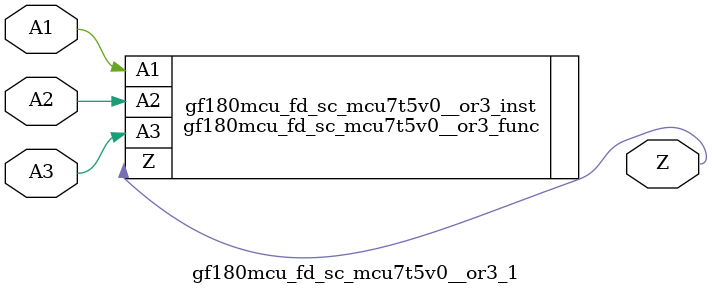
<source format=v>

`ifndef GF180MCU_FD_SC_MCU7T5V0__OR3_1_V
`define GF180MCU_FD_SC_MCU7T5V0__OR3_1_V

`include gf180mcu_fd_sc_mcu7t5v0__or3.v

`ifdef USE_POWER_PINS
module gf180mcu_fd_sc_mcu7t5v0__or3_1( A1, A2, A3, Z, VDD, VSS );
inout VDD, VSS;
`else // If not USE_POWER_PINS
module gf180mcu_fd_sc_mcu7t5v0__or3_1( A1, A2, A3, Z );
`endif // If not USE_POWER_PINS
input A1, A2, A3;
output Z;

`ifdef USE_POWER_PINS
  gf180mcu_fd_sc_mcu7t5v0__or3_func gf180mcu_fd_sc_mcu7t5v0__or3_inst(.A1(A1),.A2(A2),.A3(A3),.Z(Z),.VDD(VDD),.VSS(VSS));
`else // If not USE_POWER_PINS
  gf180mcu_fd_sc_mcu7t5v0__or3_func gf180mcu_fd_sc_mcu7t5v0__or3_inst(.A1(A1),.A2(A2),.A3(A3),.Z(Z));
`endif // If not USE_POWER_PINS

`ifndef FUNCTIONAL
	// spec_gates_begin


	// spec_gates_end



   specify

	// specify_block_begin

	// comb arc A1 --> Z
	 (A1 => Z) = (1.0,1.0);

	// comb arc A2 --> Z
	 (A2 => Z) = (1.0,1.0);

	// comb arc A3 --> Z
	 (A3 => Z) = (1.0,1.0);

	// specify_block_end

   endspecify

   `endif

endmodule
`endif // GF180MCU_FD_SC_MCU7T5V0__OR3_1_V

</source>
